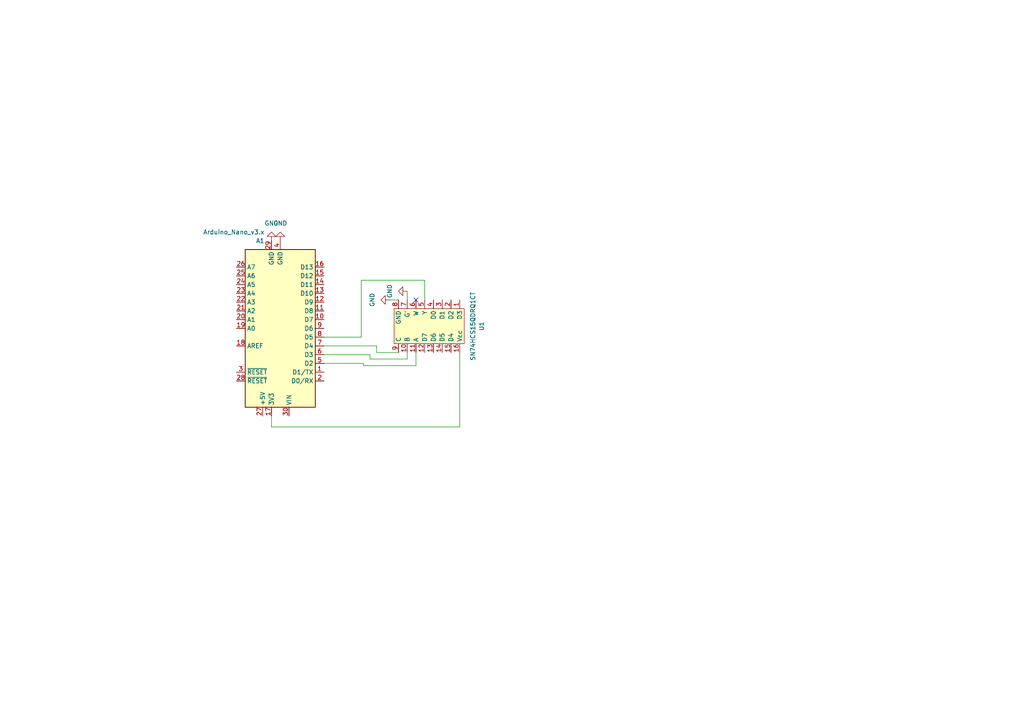
<source format=kicad_sch>
(kicad_sch (version 20211123) (generator eeschema)
  (paper "A4")
  (lib_symbols
    (symbol "MCU_Module:Arduino_Nano_v3.x"
      (property "Reference" "A" (at -10.16 23.495 0))
      (property "Value" "Arduino_Nano_v3.x" (at 5.08 -24.13 0))
      (symbol "Arduino_Nano_v3.x_0_1"
        (rectangle (start -10.16 22.86) (end 10.16 -22.86) (stroke (width 0.254)) (fill (type background)))
      )
      (symbol "Arduino_Nano_v3.x_1_1"
        (pin bidirectional line (at -12.7 12.7 0) (length 2.54) (name "D1/TX") (number "1"))
        (pin bidirectional line (at -12.7 -2.54 0) (length 2.54) (name "D7") (number "10"))
        (pin bidirectional line (at -12.7 -5.08 0) (length 2.54) (name "D8") (number "11"))
        (pin bidirectional line (at -12.7 -7.62 0) (length 2.54) (name "D9") (number "12"))
        (pin bidirectional line (at -12.7 -10.16 0) (length 2.54) (name "D10") (number "13"))
        (pin bidirectional line (at -12.7 -12.7 0) (length 2.54) (name "D11") (number "14"))
        (pin bidirectional line (at -12.7 -15.24 0) (length 2.54) (name "D12") (number "15"))
        (pin bidirectional line (at -12.7 -17.78 0) (length 2.54) (name "D13") (number "16"))
        (pin power_out line (at 2.54 25.4 270) (length 2.54) (name "3V3") (number "17"))
        (pin input line (at 12.7 5.08 180) (length 2.54) (name "AREF") (number "18"))
        (pin bidirectional line (at 12.7 0 180) (length 2.54) (name "A0") (number "19"))
        (pin bidirectional line (at -12.7 15.24 0) (length 2.54) (name "D0/RX") (number "2"))
        (pin bidirectional line (at 12.7 -2.54 180) (length 2.54) (name "A1") (number "20"))
        (pin bidirectional line (at 12.7 -5.08 180) (length 2.54) (name "A2") (number "21"))
        (pin bidirectional line (at 12.7 -7.62 180) (length 2.54) (name "A3") (number "22"))
        (pin bidirectional line (at 12.7 -10.16 180) (length 2.54) (name "A4") (number "23"))
        (pin bidirectional line (at 12.7 -12.7 180) (length 2.54) (name "A5") (number "24"))
        (pin bidirectional line (at 12.7 -15.24 180) (length 2.54) (name "A6") (number "25"))
        (pin bidirectional line (at 12.7 -17.78 180) (length 2.54) (name "A7") (number "26"))
        (pin power_out line (at 5.08 25.4 270) (length 2.54) (name "+5V") (number "27"))
        (pin input line (at 12.7 15.24 180) (length 2.54) (name "~{RESET}") (number "28"))
        (pin power_in line (at 2.54 -25.4 90) (length 2.54) (name "GND") (number "29"))
        (pin input line (at 12.7 12.7 180) (length 2.54) (name "~{RESET}") (number "3"))
        (pin power_in line (at -2.54 25.4 270) (length 2.54) (name "VIN") (number "30"))
        (pin power_in line (at 0 -25.4 90) (length 2.54) (name "GND") (number "4"))
        (pin bidirectional line (at -12.7 10.16 0) (length 2.54) (name "D2") (number "5"))
        (pin bidirectional line (at -12.7 7.62 0) (length 2.54) (name "D3") (number "6"))
        (pin bidirectional line (at -12.7 5.08 0) (length 2.54) (name "D4") (number "7"))
        (pin bidirectional line (at -12.7 2.54 0) (length 2.54) (name "D5") (number "8"))
        (pin bidirectional line (at -12.7 0 0) (length 2.54) (name "D6") (number "9"))
      )
    )
    (symbol "power:GND" (power) (pin_names (offset 0))
      (property "Value" "GND" (at 0 -3.81 0))
      (symbol "GND_0_1"
        (polyline (pts (xy 0 0) (xy 0 -1.27) (xy 1.27 -1.27) (xy 0 -2.54) (xy -1.27 -1.27) (xy 0 -1.27)))
      )
      (symbol "GND_1_1"
        (pin power_in line (at 0 0 270) (length 0) hide (name "GND") (number "1"))
      )
    )
    (symbol "single_layer_prototype:SN74HCS15QDRQ1CT"
      (property "Reference" "U" (at 0 0 0))
      (property "Value" "SN74HCS15QDRQ1CT" (at 0 2.54 0))
      (symbol "SN74HCS15QDRQ1CT_0_1"
        (rectangle (start -5.08 -1.27) (end 5.08 -21.59) (fill (type background)))
      )
      (symbol "SN74HCS15QDRQ1CT_1_1"
        (pin input line (at -7.62 -2.54 0) (length 2.54) (name "D3") (number "1"))
        (pin input line (at 7.62 -17.78 180) (length 2.54) (name "B") (number "10"))
        (pin input line (at 7.62 -15.24 180) (length 2.54) (name "A") (number "11"))
        (pin input line (at 7.62 -12.7 180) (length 2.54) (name "D7") (number "12"))
        (pin input line (at 7.62 -10.16 180) (length 2.54) (name "D6") (number "13"))
        (pin input line (at 7.62 -7.62 180) (length 2.54) (name "D5") (number "14"))
        (pin input line (at 7.62 -5.08 180) (length 2.54) (name "D4") (number "15"))
        (pin input line (at 7.62 -2.54 180) (length 2.54) (name "Vcc") (number "16"))
        (pin input line (at -7.62 -5.08 0) (length 2.54) (name "D2") (number "2"))
        (pin input line (at -7.62 -7.62 0) (length 2.54) (name "D1") (number "3"))
        (pin input line (at -7.62 -10.16 0) (length 2.54) (name "D0") (number "4"))
        (pin input line (at -7.62 -12.7 0) (length 2.54) (name "Y") (number "5"))
        (pin input line (at -7.62 -15.24 0) (length 2.54) (name "W") (number "6"))
        (pin input line (at -7.62 -17.78 0) (length 2.54) (name "G'") (number "7"))
        (pin input line (at -7.62 -20.32 0) (length 2.54) (name "GND") (number "8"))
        (pin input line (at 7.62 -20.32 180) (length 2.54) (name "C") (number "9"))
      )
    )
  )
  (no_connect (at 120.65 86.995))
  (wire (pts (xy 107.315 104.14) (xy 107.315 102.87)))
  (wire (pts (xy 123.19 81.28) (xy 104.775 81.28)))
  (wire (pts (xy 78.74 123.825) (xy 133.35 123.825)))
  (wire (pts (xy 104.775 97.79) (xy 93.98 97.79)))
  (wire (pts (xy 123.19 86.995) (xy 123.19 81.28)))
  (wire (pts (xy 115.57 86.995) (xy 113.03 86.995)))
  (wire (pts (xy 118.11 102.235) (xy 118.11 104.14)))
  (wire (pts (xy 105.41 106.045) (xy 105.41 105.41)))
  (wire (pts (xy 107.315 102.87) (xy 93.98 102.87)))
  (wire (pts (xy 105.41 105.41) (xy 93.98 105.41)))
  (wire (pts (xy 109.22 100.33) (xy 93.98 100.33)))
  (wire (pts (xy 120.65 106.045) (xy 105.41 106.045)))
  (wire (pts (xy 133.35 123.825) (xy 133.35 102.235)))
  (wire (pts (xy 104.775 81.28) (xy 104.775 97.79)))
  (wire (pts (xy 118.11 86.995) (xy 118.11 84.455)))
  (wire (pts (xy 120.65 102.235) (xy 120.65 106.045)))
  (wire (pts (xy 115.57 102.235) (xy 109.22 102.235)))
  (wire (pts (xy 78.74 120.65) (xy 78.74 123.825)))
  (wire (pts (xy 118.11 104.14) (xy 107.315 104.14)))
  (wire (pts (xy 109.22 102.235) (xy 109.22 100.33)))
  (symbol (lib_id "single_layer_prototype:SN74HCS15QDRQ1CT") (at 135.89 94.615 270) (unit 1)
    (property "Reference" "U1" (at 139.7 94.615 0))
    (property "Value" "SN74HCS15QDRQ1CT" (at 137.16 94.615 0))
    (property "Footprint" "Package_SO:SOIC-16_3.9x9.9mm_P1.27mm" (effects hide))
  )
  (symbol (lib_id "power:GND") (at 78.74 69.85 180) (unit 1)
    (property "Reference" "#PWR0102" (effects hide))
    (property "Value" "GND" (at 78.74 64.77 0))
  )
  (symbol (lib_id "MCU_Module:Arduino_Nano_v3.x") (at 81.28 95.25 180) (unit 1)
    (property "Reference" "A1" (at 76.7206 69.85 0) (effects (justify left)))
    (property "Value" "Arduino_Nano_v3.x" (at 76.7206 67.31 0) (effects (justify left)))
    (property "Footprint" "Module:Arduino_Nano" (effects hide))
    (property "Datasheet" "http://www.mouser.com/pdfdocs/Gravitech_Arduino_Nano3_0.pdf" (effects hide))
  )
  (symbol (lib_id "power:GND") (at 118.11 84.455 270) (unit 1)
    (property "Reference" "#PWR01" (effects hide))
    (property "Value" "GND" (at 113.03 84.455 0))
  )
  (symbol (lib_id "power:GND") (at 113.03 86.995 270) (unit 1)
    (property "Reference" "#PWR0103" (effects hide))
    (property "Value" "GND" (at 107.95 86.995 0))
  )
  (symbol (lib_id "power:GND") (at 81.28 69.85 180) (unit 1)
    (property "Reference" "#PWR0101" (effects hide))
    (property "Value" "GND" (at 81.28 64.77 0))
  )
)
</source>
